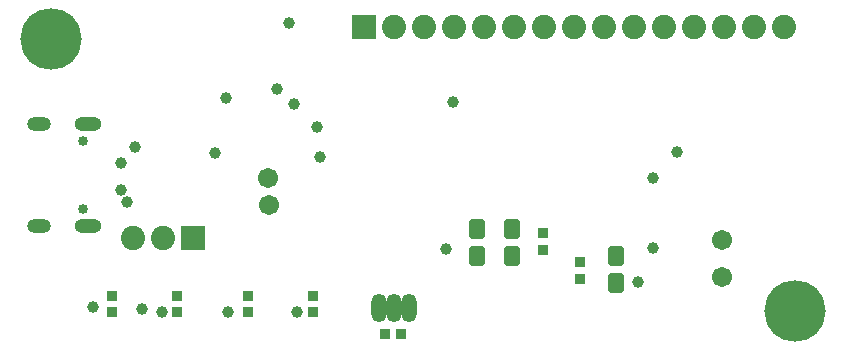
<source format=gbr>
%TF.GenerationSoftware,Altium Limited,Altium Designer,24.0.1 (36)*%
G04 Layer_Color=16711935*
%FSLAX45Y45*%
%MOMM*%
%TF.SameCoordinates,0E29F696-F137-483D-8A73-7D746D5A856F*%
%TF.FilePolarity,Negative*%
%TF.FileFunction,Soldermask,Bot*%
%TF.Part,Single*%
G01*
G75*
%TA.AperFunction,SMDPad,CuDef*%
G04:AMPARAMS|DCode=47|XSize=1.624mm|YSize=1.37mm|CornerRadius=0.14525mm|HoleSize=0mm|Usage=FLASHONLY|Rotation=270.000|XOffset=0mm|YOffset=0mm|HoleType=Round|Shape=RoundedRectangle|*
%AMROUNDEDRECTD47*
21,1,1.62400,1.07950,0,0,270.0*
21,1,1.33350,1.37000,0,0,270.0*
1,1,0.29050,-0.53975,-0.66675*
1,1,0.29050,-0.53975,0.66675*
1,1,0.29050,0.53975,0.66675*
1,1,0.29050,0.53975,-0.66675*
%
%ADD47ROUNDEDRECTD47*%
G04:AMPARAMS|DCode=51|XSize=0.862mm|YSize=0.862mm|CornerRadius=0.0881mm|HoleSize=0mm|Usage=FLASHONLY|Rotation=0.000|XOffset=0mm|YOffset=0mm|HoleType=Round|Shape=RoundedRectangle|*
%AMROUNDEDRECTD51*
21,1,0.86200,0.68580,0,0,0.0*
21,1,0.68580,0.86200,0,0,0.0*
1,1,0.17620,0.34290,-0.34290*
1,1,0.17620,-0.34290,-0.34290*
1,1,0.17620,-0.34290,0.34290*
1,1,0.17620,0.34290,0.34290*
%
%ADD51ROUNDEDRECTD51*%
%TA.AperFunction,ComponentPad*%
%ADD57C,2.05320*%
%ADD58R,2.05320X2.05320*%
%ADD59O,1.31320X2.42320*%
%ADD60C,0.85320*%
%ADD61O,2.30320X1.20320*%
%ADD62O,2.00320X1.20320*%
%ADD63C,5.20320*%
%TA.AperFunction,ViaPad*%
%ADD64C,1.70320*%
%ADD65C,1.00320*%
%TA.AperFunction,SMDPad,CuDef*%
G04:AMPARAMS|DCode=66|XSize=0.862mm|YSize=0.862mm|CornerRadius=0.0881mm|HoleSize=0mm|Usage=FLASHONLY|Rotation=270.000|XOffset=0mm|YOffset=0mm|HoleType=Round|Shape=RoundedRectangle|*
%AMROUNDEDRECTD66*
21,1,0.86200,0.68580,0,0,270.0*
21,1,0.68580,0.86200,0,0,270.0*
1,1,0.17620,-0.34290,-0.34290*
1,1,0.17620,-0.34290,0.34290*
1,1,0.17620,0.34290,0.34290*
1,1,0.17620,0.34290,-0.34290*
%
%ADD66ROUNDEDRECTD66*%
D47*
X5130800Y584200D02*
D03*
Y812800D02*
D03*
X4254500Y1043940D02*
D03*
Y815340D02*
D03*
X3954800Y818000D02*
D03*
Y1046600D02*
D03*
D51*
X3175000Y152400D02*
D03*
X3314700D02*
D03*
D57*
X6556000Y2750000D02*
D03*
X6302000D02*
D03*
X4778000D02*
D03*
X4524000D02*
D03*
X4270000D02*
D03*
X4016000D02*
D03*
X3254000D02*
D03*
X3508000D02*
D03*
X3762000D02*
D03*
X5032000D02*
D03*
X5286000D02*
D03*
X5540000D02*
D03*
X5794000D02*
D03*
X6048000D02*
D03*
X1041400Y965200D02*
D03*
X1295400D02*
D03*
D58*
X3000000Y2750000D02*
D03*
X1549400Y965200D02*
D03*
D59*
X3124200Y378285D02*
D03*
X3251200D02*
D03*
X3378200D02*
D03*
D60*
X618000Y1789000D02*
D03*
Y1211000D02*
D03*
D61*
X668000Y1068000D02*
D03*
Y1932000D02*
D03*
D62*
X250000Y1068000D02*
D03*
Y1932000D02*
D03*
D63*
X350000Y2650000D02*
D03*
X6650000Y350000D02*
D03*
D64*
X2184400Y1473200D02*
D03*
X2195800Y1244600D02*
D03*
X6032500Y635000D02*
D03*
Y952500D02*
D03*
D65*
X939800Y1371600D02*
D03*
Y1600200D02*
D03*
X2364740Y2788920D02*
D03*
X2603500Y1905000D02*
D03*
X5654040Y1691640D02*
D03*
X1117600Y365760D02*
D03*
X703700Y386814D02*
D03*
X1287900Y336880D02*
D03*
X1740480Y1684020D02*
D03*
X1836420Y2153920D02*
D03*
X2268220Y2232660D02*
D03*
X5318760Y596900D02*
D03*
X2626360Y1656080D02*
D03*
X3695700Y876300D02*
D03*
X5445760Y881380D02*
D03*
X5447000Y1476000D02*
D03*
X990600Y1270000D02*
D03*
X3754120Y2120900D02*
D03*
X2430900Y342880D02*
D03*
X1846700Y336880D02*
D03*
X2405380Y2103120D02*
D03*
X1063280Y1734820D02*
D03*
D66*
X871500Y476580D02*
D03*
Y336880D02*
D03*
X1421500Y476580D02*
D03*
Y336880D02*
D03*
X2021500Y476580D02*
D03*
Y336880D02*
D03*
X2571500Y476580D02*
D03*
Y336880D02*
D03*
X4826000Y622300D02*
D03*
Y762000D02*
D03*
X4518660Y866140D02*
D03*
Y1005840D02*
D03*
%TF.MD5,304a3332ab32fa1aa974e49ff3e70c1f*%
M02*

</source>
